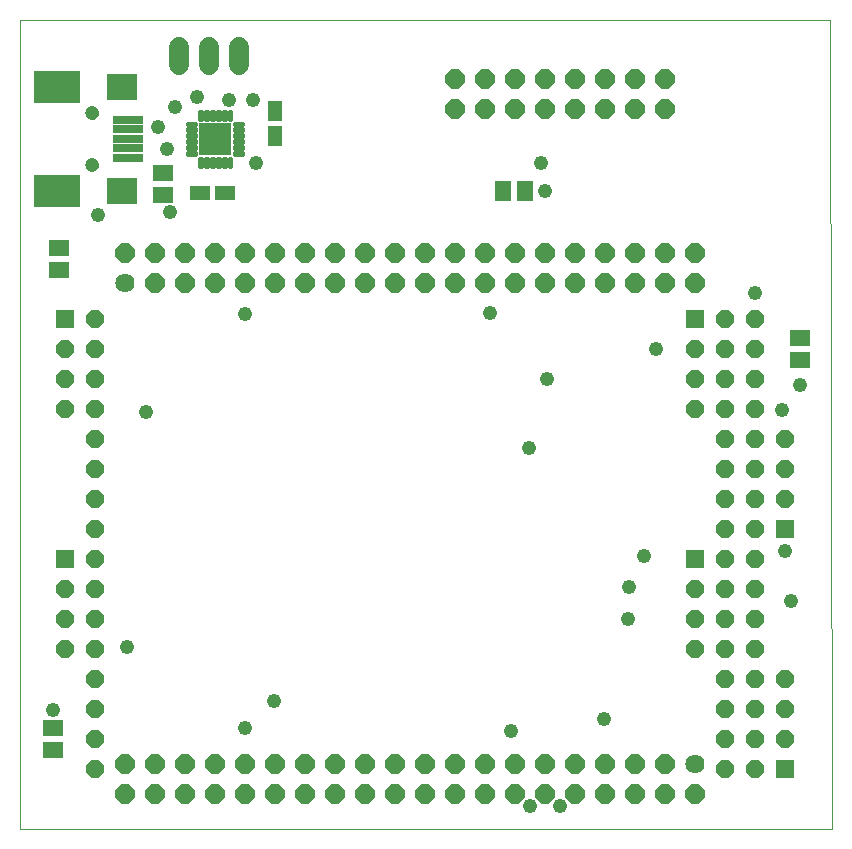
<source format=gts>
G75*
G70*
%OFA0B0*%
%FSLAX24Y24*%
%IPPOS*%
%LPD*%
%AMOC8*
5,1,8,0,0,1.08239X$1,22.5*
%
%ADD10C,0.0000*%
%ADD11C,0.0640*%
%ADD12OC8,0.0640*%
%ADD13C,0.0680*%
%ADD14OC8,0.0595*%
%ADD15R,0.0595X0.0595*%
%ADD16C,0.0095*%
%ADD17R,0.1064X0.1064*%
%ADD18R,0.1025X0.0867*%
%ADD19R,0.0989X0.0277*%
%ADD20R,0.1580X0.1080*%
%ADD21C,0.0474*%
%ADD22R,0.0671X0.0568*%
%ADD23R,0.0474X0.0671*%
%ADD24R,0.0671X0.0474*%
%ADD25R,0.0568X0.0671*%
%ADD26C,0.0480*%
D10*
X000800Y000500D02*
X000800Y027470D01*
X027792Y027470D01*
X027842Y000500D01*
X000800Y000500D01*
X002997Y022634D02*
X002999Y022661D01*
X003005Y022688D01*
X003014Y022714D01*
X003027Y022738D01*
X003043Y022761D01*
X003062Y022780D01*
X003084Y022797D01*
X003108Y022811D01*
X003133Y022821D01*
X003160Y022828D01*
X003187Y022831D01*
X003215Y022830D01*
X003242Y022825D01*
X003268Y022817D01*
X003292Y022805D01*
X003315Y022789D01*
X003336Y022771D01*
X003353Y022750D01*
X003368Y022726D01*
X003379Y022701D01*
X003387Y022675D01*
X003391Y022648D01*
X003391Y022620D01*
X003387Y022593D01*
X003379Y022567D01*
X003368Y022542D01*
X003353Y022518D01*
X003336Y022497D01*
X003315Y022479D01*
X003293Y022463D01*
X003268Y022451D01*
X003242Y022443D01*
X003215Y022438D01*
X003187Y022437D01*
X003160Y022440D01*
X003133Y022447D01*
X003108Y022457D01*
X003084Y022471D01*
X003062Y022488D01*
X003043Y022507D01*
X003027Y022530D01*
X003014Y022554D01*
X003005Y022580D01*
X002999Y022607D01*
X002997Y022634D01*
X002997Y024366D02*
X002999Y024393D01*
X003005Y024420D01*
X003014Y024446D01*
X003027Y024470D01*
X003043Y024493D01*
X003062Y024512D01*
X003084Y024529D01*
X003108Y024543D01*
X003133Y024553D01*
X003160Y024560D01*
X003187Y024563D01*
X003215Y024562D01*
X003242Y024557D01*
X003268Y024549D01*
X003292Y024537D01*
X003315Y024521D01*
X003336Y024503D01*
X003353Y024482D01*
X003368Y024458D01*
X003379Y024433D01*
X003387Y024407D01*
X003391Y024380D01*
X003391Y024352D01*
X003387Y024325D01*
X003379Y024299D01*
X003368Y024274D01*
X003353Y024250D01*
X003336Y024229D01*
X003315Y024211D01*
X003293Y024195D01*
X003268Y024183D01*
X003242Y024175D01*
X003215Y024170D01*
X003187Y024169D01*
X003160Y024172D01*
X003133Y024179D01*
X003108Y024189D01*
X003084Y024203D01*
X003062Y024220D01*
X003043Y024239D01*
X003027Y024262D01*
X003014Y024286D01*
X003005Y024312D01*
X002999Y024339D01*
X002997Y024366D01*
D11*
X004300Y018700D03*
X023300Y002650D03*
D12*
X023300Y001650D03*
X022300Y001650D03*
X021300Y001650D03*
X021300Y002650D03*
X022300Y002650D03*
X020300Y002650D03*
X019300Y002650D03*
X019300Y001650D03*
X020300Y001650D03*
X018300Y001650D03*
X018300Y002650D03*
X017300Y002650D03*
X016300Y002650D03*
X016300Y001650D03*
X017300Y001650D03*
X015300Y001650D03*
X014300Y001650D03*
X014300Y002650D03*
X015300Y002650D03*
X013300Y002650D03*
X012300Y002650D03*
X012300Y001650D03*
X013300Y001650D03*
X011300Y001650D03*
X011300Y002650D03*
X010300Y002650D03*
X009300Y002650D03*
X009300Y001650D03*
X010300Y001650D03*
X008300Y001650D03*
X007300Y001650D03*
X007300Y002650D03*
X008300Y002650D03*
X006300Y002650D03*
X006300Y001650D03*
X005300Y001650D03*
X004300Y001650D03*
X004300Y002650D03*
X005300Y002650D03*
X005300Y018700D03*
X005300Y019700D03*
X004300Y019700D03*
X006300Y019700D03*
X006300Y018700D03*
X007300Y018700D03*
X008300Y018700D03*
X008300Y019700D03*
X007300Y019700D03*
X009300Y019700D03*
X010300Y019700D03*
X010300Y018700D03*
X009300Y018700D03*
X011300Y018700D03*
X011300Y019700D03*
X012300Y019700D03*
X013300Y019700D03*
X013300Y018700D03*
X012300Y018700D03*
X014300Y018700D03*
X015300Y018700D03*
X015300Y019700D03*
X014300Y019700D03*
X016300Y019700D03*
X017300Y019700D03*
X017300Y018700D03*
X016300Y018700D03*
X018300Y018700D03*
X018300Y019700D03*
X019300Y019700D03*
X020300Y019700D03*
X020300Y018700D03*
X019300Y018700D03*
X021300Y018700D03*
X022300Y018700D03*
X022300Y019700D03*
X021300Y019700D03*
X023300Y019700D03*
X023300Y018700D03*
X022300Y024500D03*
X021300Y024500D03*
X021300Y025500D03*
X022300Y025500D03*
X020300Y025500D03*
X019300Y025500D03*
X019300Y024500D03*
X020300Y024500D03*
X018300Y024500D03*
X018300Y025500D03*
X017300Y025500D03*
X016300Y025500D03*
X016300Y024500D03*
X017300Y024500D03*
X015300Y024500D03*
X015300Y025500D03*
D13*
X008100Y025950D02*
X008100Y026550D01*
X007100Y026550D02*
X007100Y025950D01*
X006100Y025950D02*
X006100Y026550D01*
D14*
X003300Y017500D03*
X003300Y016500D03*
X003300Y015500D03*
X002300Y015500D03*
X002300Y016500D03*
X002300Y014500D03*
X003300Y014500D03*
X003300Y013500D03*
X003300Y012500D03*
X003300Y011500D03*
X003300Y010500D03*
X003300Y009500D03*
X003300Y008500D03*
X003300Y007500D03*
X002300Y007500D03*
X002300Y008500D03*
X002300Y006500D03*
X003300Y006500D03*
X003300Y005500D03*
X003300Y004500D03*
X003300Y003500D03*
X003300Y002500D03*
X023300Y006500D03*
X024300Y006500D03*
X024300Y005500D03*
X024300Y004500D03*
X024300Y003500D03*
X024300Y002500D03*
X025300Y002500D03*
X025300Y003500D03*
X025300Y004500D03*
X025300Y005500D03*
X025300Y006500D03*
X025300Y007500D03*
X025300Y008500D03*
X025300Y009500D03*
X025300Y010500D03*
X025300Y011500D03*
X025300Y012500D03*
X025300Y013500D03*
X025300Y014500D03*
X025300Y015500D03*
X025300Y016500D03*
X025300Y017500D03*
X024300Y017500D03*
X024300Y016500D03*
X024300Y015500D03*
X023300Y015500D03*
X023300Y016500D03*
X023300Y014500D03*
X024300Y014500D03*
X024300Y013500D03*
X024300Y012500D03*
X024300Y011500D03*
X024300Y010500D03*
X024300Y009500D03*
X024300Y008500D03*
X024300Y007500D03*
X023300Y007500D03*
X023300Y008500D03*
X026300Y011500D03*
X026300Y012500D03*
X026300Y013500D03*
X026300Y005500D03*
X026300Y004500D03*
X026300Y003500D03*
D15*
X026300Y002500D03*
X023300Y009500D03*
X026300Y010500D03*
X023300Y017500D03*
X002300Y017500D03*
X002300Y009500D03*
D16*
X006856Y022563D02*
X006856Y022863D01*
X006856Y022563D02*
X006760Y022563D01*
X006760Y022863D01*
X006856Y022863D01*
X006856Y022657D02*
X006760Y022657D01*
X006760Y022751D02*
X006856Y022751D01*
X006856Y022845D02*
X006760Y022845D01*
X007053Y022863D02*
X007053Y022563D01*
X006957Y022563D01*
X006957Y022863D01*
X007053Y022863D01*
X007053Y022657D02*
X006957Y022657D01*
X006957Y022751D02*
X007053Y022751D01*
X007053Y022845D02*
X006957Y022845D01*
X007250Y022863D02*
X007250Y022563D01*
X007154Y022563D01*
X007154Y022863D01*
X007250Y022863D01*
X007250Y022657D02*
X007154Y022657D01*
X007154Y022751D02*
X007250Y022751D01*
X007250Y022845D02*
X007154Y022845D01*
X007446Y022863D02*
X007446Y022563D01*
X007350Y022563D01*
X007350Y022863D01*
X007446Y022863D01*
X007446Y022657D02*
X007350Y022657D01*
X007350Y022751D02*
X007446Y022751D01*
X007446Y022845D02*
X007350Y022845D01*
X007643Y022863D02*
X007643Y022563D01*
X007547Y022563D01*
X007547Y022863D01*
X007643Y022863D01*
X007643Y022657D02*
X007547Y022657D01*
X007547Y022751D02*
X007643Y022751D01*
X007643Y022845D02*
X007547Y022845D01*
X007840Y022863D02*
X007840Y022563D01*
X007744Y022563D01*
X007744Y022863D01*
X007840Y022863D01*
X007840Y022657D02*
X007744Y022657D01*
X007744Y022751D02*
X007840Y022751D01*
X007840Y022845D02*
X007744Y022845D01*
X007937Y022960D02*
X008237Y022960D01*
X007937Y022960D02*
X007937Y023056D01*
X008237Y023056D01*
X008237Y022960D01*
X008237Y023054D02*
X007937Y023054D01*
X007937Y023157D02*
X008237Y023157D01*
X007937Y023157D02*
X007937Y023253D01*
X008237Y023253D01*
X008237Y023157D01*
X008237Y023251D02*
X007937Y023251D01*
X007937Y023354D02*
X008237Y023354D01*
X007937Y023354D02*
X007937Y023450D01*
X008237Y023450D01*
X008237Y023354D01*
X008237Y023448D02*
X007937Y023448D01*
X007937Y023550D02*
X008237Y023550D01*
X007937Y023550D02*
X007937Y023646D01*
X008237Y023646D01*
X008237Y023550D01*
X008237Y023644D02*
X007937Y023644D01*
X007937Y023747D02*
X008237Y023747D01*
X007937Y023747D02*
X007937Y023843D01*
X008237Y023843D01*
X008237Y023747D01*
X008237Y023841D02*
X007937Y023841D01*
X007937Y023944D02*
X008237Y023944D01*
X007937Y023944D02*
X007937Y024040D01*
X008237Y024040D01*
X008237Y023944D01*
X008237Y024038D02*
X007937Y024038D01*
X007744Y024137D02*
X007744Y024437D01*
X007840Y024437D01*
X007840Y024137D01*
X007744Y024137D01*
X007744Y024231D02*
X007840Y024231D01*
X007840Y024325D02*
X007744Y024325D01*
X007744Y024419D02*
X007840Y024419D01*
X007547Y024437D02*
X007547Y024137D01*
X007547Y024437D02*
X007643Y024437D01*
X007643Y024137D01*
X007547Y024137D01*
X007547Y024231D02*
X007643Y024231D01*
X007643Y024325D02*
X007547Y024325D01*
X007547Y024419D02*
X007643Y024419D01*
X007350Y024437D02*
X007350Y024137D01*
X007350Y024437D02*
X007446Y024437D01*
X007446Y024137D01*
X007350Y024137D01*
X007350Y024231D02*
X007446Y024231D01*
X007446Y024325D02*
X007350Y024325D01*
X007350Y024419D02*
X007446Y024419D01*
X007154Y024437D02*
X007154Y024137D01*
X007154Y024437D02*
X007250Y024437D01*
X007250Y024137D01*
X007154Y024137D01*
X007154Y024231D02*
X007250Y024231D01*
X007250Y024325D02*
X007154Y024325D01*
X007154Y024419D02*
X007250Y024419D01*
X006957Y024437D02*
X006957Y024137D01*
X006957Y024437D02*
X007053Y024437D01*
X007053Y024137D01*
X006957Y024137D01*
X006957Y024231D02*
X007053Y024231D01*
X007053Y024325D02*
X006957Y024325D01*
X006957Y024419D02*
X007053Y024419D01*
X006760Y024437D02*
X006760Y024137D01*
X006760Y024437D02*
X006856Y024437D01*
X006856Y024137D01*
X006760Y024137D01*
X006760Y024231D02*
X006856Y024231D01*
X006856Y024325D02*
X006760Y024325D01*
X006760Y024419D02*
X006856Y024419D01*
X006663Y024040D02*
X006363Y024040D01*
X006663Y024040D02*
X006663Y023944D01*
X006363Y023944D01*
X006363Y024040D01*
X006363Y024038D02*
X006663Y024038D01*
X006663Y023843D02*
X006363Y023843D01*
X006663Y023843D02*
X006663Y023747D01*
X006363Y023747D01*
X006363Y023843D01*
X006363Y023841D02*
X006663Y023841D01*
X006663Y023646D02*
X006363Y023646D01*
X006663Y023646D02*
X006663Y023550D01*
X006363Y023550D01*
X006363Y023646D01*
X006363Y023644D02*
X006663Y023644D01*
X006663Y023450D02*
X006363Y023450D01*
X006663Y023450D02*
X006663Y023354D01*
X006363Y023354D01*
X006363Y023450D01*
X006363Y023448D02*
X006663Y023448D01*
X006663Y023253D02*
X006363Y023253D01*
X006663Y023253D02*
X006663Y023157D01*
X006363Y023157D01*
X006363Y023253D01*
X006363Y023251D02*
X006663Y023251D01*
X006663Y023056D02*
X006363Y023056D01*
X006663Y023056D02*
X006663Y022960D01*
X006363Y022960D01*
X006363Y023056D01*
X006363Y023054D02*
X006663Y023054D01*
D17*
X007300Y023500D03*
D18*
X004178Y021768D03*
X004178Y025232D03*
D19*
X004400Y024130D03*
X004400Y023815D03*
X004400Y023500D03*
X004400Y023185D03*
X004400Y022870D03*
D20*
X002013Y021768D03*
X002013Y025232D03*
D21*
X003194Y024366D03*
X003194Y022634D03*
D22*
X005550Y022374D03*
X005550Y021626D03*
X002100Y019874D03*
X002100Y019126D03*
X001900Y003874D03*
X001900Y003126D03*
X026800Y016126D03*
X026800Y016874D03*
D23*
X009300Y023586D03*
X009300Y024414D03*
D24*
X007614Y021700D03*
X006786Y021700D03*
D25*
X016876Y021750D03*
X017624Y021750D03*
D26*
X018300Y021750D03*
X018150Y022700D03*
X016450Y017700D03*
X018350Y015500D03*
X017750Y013200D03*
X021600Y009600D03*
X021100Y008550D03*
X021050Y007500D03*
X020250Y004150D03*
X018800Y001250D03*
X017800Y001250D03*
X017150Y003750D03*
X009250Y004750D03*
X008300Y003850D03*
X004350Y006550D03*
X001900Y004450D03*
X005000Y014400D03*
X008300Y017650D03*
X005800Y021050D03*
X005700Y023150D03*
X005400Y023900D03*
X005950Y024550D03*
X006700Y024900D03*
X007750Y024800D03*
X008550Y024800D03*
X008650Y022700D03*
X003400Y020950D03*
X022000Y016500D03*
X025300Y018350D03*
X026800Y015300D03*
X026200Y014450D03*
X026300Y009750D03*
X026500Y008100D03*
M02*

</source>
